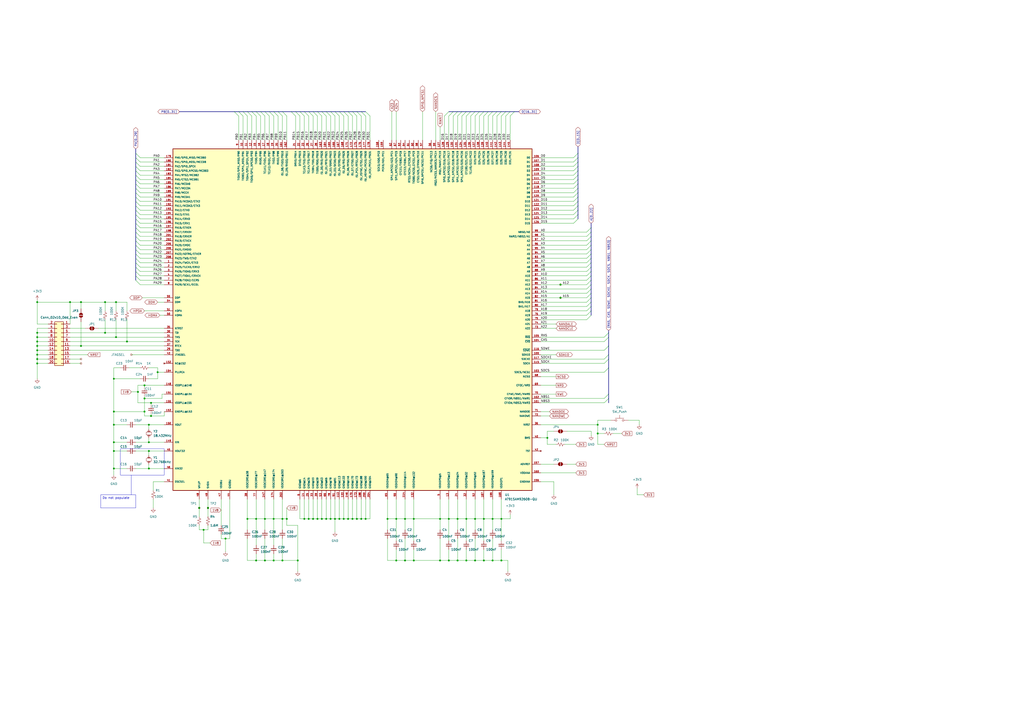
<source format=kicad_sch>
(kicad_sch (version 20230121) (generator eeschema)
  (paper "A2")
  (junction (at 40.64 175.26))
  (junction (at 21.59 208.28))
  (junction (at 46.99 175.26))
  (junction (at 181.61 300.99))
  (junction (at 176.53 300.99))
  (junction (at 184.15 300.99))
  (junction (at 212.09 300.99))
  (junction (at 115.57 294.64))
  (junction (at 229.87 300.99))
  (junction (at 118.11 307.34))
  (junction (at 194.31 300.99))
  (junction (at 255.27 300.99))
  (junction (at 86.36 256.54))
  (junction (at 148.59 300.99))
  (junction (at 191.77 300.99))
  (junction (at 66.04 271.78))
  (junction (at 66.04 238.76))
  (junction (at 224.79 300.99))
  (junction (at 46.99 200.66))
  (junction (at 166.37 300.99))
  (junction (at 240.03 325.12))
  (junction (at 21.59 198.12))
  (junction (at 21.59 195.58))
  (junction (at 21.59 205.74))
  (junction (at 21.59 200.66))
  (junction (at 91.44 215.9))
  (junction (at 83.82 238.76))
  (junction (at 280.67 300.99))
  (junction (at 201.93 300.99))
  (junction (at 234.95 325.12))
  (junction (at 265.43 325.12))
  (junction (at 66.04 219.71))
  (junction (at 196.85 300.99))
  (junction (at 86.36 246.38))
  (junction (at 67.31 195.58))
  (junction (at 275.59 300.99))
  (junction (at 285.75 300.99))
  (junction (at 21.59 193.04))
  (junction (at 204.47 300.99))
  (junction (at 290.83 300.99))
  (junction (at 66.04 246.38))
  (junction (at 66.04 256.54))
  (junction (at 260.35 325.12))
  (junction (at 153.67 325.12))
  (junction (at 189.23 300.99))
  (junction (at 158.75 325.12))
  (junction (at 21.59 175.26))
  (junction (at 21.59 203.2))
  (junction (at 346.71 251.46))
  (junction (at 130.81 312.42))
  (junction (at 199.39 300.99))
  (junction (at 73.66 198.12))
  (junction (at 87.63 233.68))
  (junction (at 87.63 241.3))
  (junction (at 265.43 300.99))
  (junction (at 163.83 300.99))
  (junction (at 67.31 175.26))
  (junction (at 120.65 294.64))
  (junction (at 60.96 175.26))
  (junction (at 270.51 325.12))
  (junction (at 285.75 325.12))
  (junction (at 143.51 300.99))
  (junction (at 346.71 246.38))
  (junction (at 209.55 300.99))
  (junction (at 234.95 300.99))
  (junction (at 186.69 300.99))
  (junction (at 153.67 300.99))
  (junction (at 158.75 300.99))
  (junction (at 240.03 300.99))
  (junction (at 325.12 172.72))
  (junction (at 229.87 325.12))
  (junction (at 21.59 210.82))
  (junction (at 325.12 165.1))
  (junction (at 86.36 261.62))
  (junction (at 270.51 300.99))
  (junction (at 148.59 325.12))
  (junction (at 280.67 325.12))
  (junction (at 86.36 271.78))
  (junction (at 179.07 300.99))
  (junction (at 207.01 300.99))
  (junction (at 290.83 325.12))
  (junction (at 66.04 261.62))
  (junction (at 80.01 227.33))
  (junction (at 83.82 223.52))
  (junction (at 260.35 300.99))
  (junction (at 163.83 325.12))
  (junction (at 255.27 325.12))
  (junction (at 275.59 325.12))
  (junction (at 60.96 193.04))
  (junction (at 172.72 325.12))
  (junction (at 83.82 231.14))
  (junction (at 317.5 254))
  (bus_entry (at 353.06 195.58) (size -2.54 2.54))
  (bus_entry (at 342.9 157.48) (size -2.54 2.54))
  (bus_entry (at 135.89 64.77) (size 2.54 2.54))
  (bus_entry (at 158.75 64.77) (size 2.54 2.54))
  (bus_entry (at 186.69 64.77) (size 2.54 2.54))
  (bus_entry (at 176.53 64.77) (size 2.54 2.54))
  (bus_entry (at 342.9 167.64) (size -2.54 2.54))
  (bus_entry (at 342.9 144.78) (size -2.54 2.54))
  (bus_entry (at 78.74 114.3) (size 2.54 2.54))
  (bus_entry (at 267.97 64.77) (size -2.54 2.54))
  (bus_entry (at 78.74 119.38) (size 2.54 2.54))
  (bus_entry (at 335.28 109.22) (size -2.54 2.54))
  (bus_entry (at 342.9 180.34) (size -2.54 2.54))
  (bus_entry (at 153.67 64.77) (size 2.54 2.54))
  (bus_entry (at 342.9 147.32) (size -2.54 2.54))
  (bus_entry (at 148.59 64.77) (size 2.54 2.54))
  (bus_entry (at 288.29 64.77) (size -2.54 2.54))
  (bus_entry (at 342.9 175.26) (size -2.54 2.54))
  (bus_entry (at 78.74 162.56) (size 2.54 2.54))
  (bus_entry (at 78.74 127) (size 2.54 2.54))
  (bus_entry (at 209.55 64.77) (size 2.54 2.54))
  (bus_entry (at 342.9 154.94) (size -2.54 2.54))
  (bus_entry (at 78.74 144.78) (size 2.54 2.54))
  (bus_entry (at 335.28 121.92) (size -2.54 2.54))
  (bus_entry (at 189.23 64.77) (size 2.54 2.54))
  (bus_entry (at 342.9 177.8) (size -2.54 2.54))
  (bus_entry (at 143.51 64.77) (size 2.54 2.54))
  (bus_entry (at 78.74 147.32) (size 2.54 2.54))
  (bus_entry (at 342.9 132.08) (size -2.54 2.54))
  (bus_entry (at 295.91 64.77) (size -2.54 2.54))
  (bus_entry (at 184.15 64.77) (size 2.54 2.54))
  (bus_entry (at 335.28 111.76) (size -2.54 2.54))
  (bus_entry (at 78.74 124.46) (size 2.54 2.54))
  (bus_entry (at 278.13 64.77) (size -2.54 2.54))
  (bus_entry (at 342.9 149.86) (size -2.54 2.54))
  (bus_entry (at 78.74 93.98) (size 2.54 2.54))
  (bus_entry (at 342.9 162.56) (size -2.54 2.54))
  (bus_entry (at 78.74 99.06) (size 2.54 2.54))
  (bus_entry (at 260.35 64.77) (size -2.54 2.54))
  (bus_entry (at 78.74 134.62) (size 2.54 2.54))
  (bus_entry (at 78.74 106.68) (size 2.54 2.54))
  (bus_entry (at 204.47 64.77) (size 2.54 2.54))
  (bus_entry (at 353.06 200.66) (size -2.54 2.54))
  (bus_entry (at 335.28 101.6) (size -2.54 2.54))
  (bus_entry (at 265.43 64.77) (size -2.54 2.54))
  (bus_entry (at 280.67 64.77) (size -2.54 2.54))
  (bus_entry (at 191.77 64.77) (size 2.54 2.54))
  (bus_entry (at 78.74 137.16) (size 2.54 2.54))
  (bus_entry (at 78.74 152.4) (size 2.54 2.54))
  (bus_entry (at 335.28 124.46) (size -2.54 2.54))
  (bus_entry (at 138.43 64.77) (size 2.54 2.54))
  (bus_entry (at 140.97 64.77) (size 2.54 2.54))
  (bus_entry (at 196.85 64.77) (size 2.54 2.54))
  (bus_entry (at 335.28 96.52) (size -2.54 2.54))
  (bus_entry (at 173.99 64.77) (size 2.54 2.54))
  (bus_entry (at 353.06 228.6) (size -2.54 2.54))
  (bus_entry (at 78.74 139.7) (size 2.54 2.54))
  (bus_entry (at 181.61 64.77) (size 2.54 2.54))
  (bus_entry (at 179.07 64.77) (size 2.54 2.54))
  (bus_entry (at 171.45 64.77) (size 2.54 2.54))
  (bus_entry (at 199.39 64.77) (size 2.54 2.54))
  (bus_entry (at 293.37 64.77) (size -2.54 2.54))
  (bus_entry (at 194.31 64.77) (size 2.54 2.54))
  (bus_entry (at 335.28 116.84) (size -2.54 2.54))
  (bus_entry (at 262.89 64.77) (size -2.54 2.54))
  (bus_entry (at 342.9 172.72) (size -2.54 2.54))
  (bus_entry (at 201.93 64.77) (size 2.54 2.54))
  (bus_entry (at 78.74 101.6) (size 2.54 2.54))
  (bus_entry (at 342.9 165.1) (size -2.54 2.54))
  (bus_entry (at 151.13 64.77) (size 2.54 2.54))
  (bus_entry (at 78.74 96.52) (size 2.54 2.54))
  (bus_entry (at 161.29 64.77) (size 2.54 2.54))
  (bus_entry (at 342.9 139.7) (size -2.54 2.54))
  (bus_entry (at 335.28 93.98) (size -2.54 2.54))
  (bus_entry (at 78.74 142.24) (size 2.54 2.54))
  (bus_entry (at 163.83 64.77) (size 2.54 2.54))
  (bus_entry (at 353.06 213.36) (size -2.54 2.54))
  (bus_entry (at 283.21 64.77) (size -2.54 2.54))
  (bus_entry (at 78.74 132.08) (size 2.54 2.54))
  (bus_entry (at 78.74 116.84) (size 2.54 2.54))
  (bus_entry (at 207.01 64.77) (size 2.54 2.54))
  (bus_entry (at 353.06 208.28) (size -2.54 2.54))
  (bus_entry (at 78.74 109.22) (size 2.54 2.54))
  (bus_entry (at 335.28 104.14) (size -2.54 2.54))
  (bus_entry (at 335.28 88.9) (size -2.54 2.54))
  (bus_entry (at 275.59 64.77) (size -2.54 2.54))
  (bus_entry (at 298.45 64.77) (size -2.54 2.54))
  (bus_entry (at 335.28 127) (size -2.54 2.54))
  (bus_entry (at 78.74 149.86) (size 2.54 2.54))
  (bus_entry (at 342.9 182.88) (size -2.54 2.54))
  (bus_entry (at 353.06 231.14) (size -2.54 2.54))
  (bus_entry (at 353.06 193.04) (size -2.54 2.54))
  (bus_entry (at 168.91 64.77) (size 2.54 2.54))
  (bus_entry (at 78.74 121.92) (size 2.54 2.54))
  (bus_entry (at 335.28 91.44) (size -2.54 2.54))
  (bus_entry (at 273.05 64.77) (size -2.54 2.54))
  (bus_entry (at 270.51 64.77) (size -2.54 2.54))
  (bus_entry (at 285.75 64.77) (size -2.54 2.54))
  (bus_entry (at 342.9 142.24) (size -2.54 2.54))
  (bus_entry (at 342.9 134.62) (size -2.54 2.54))
  (bus_entry (at 353.06 205.74) (size -2.54 2.54))
  (bus_entry (at 342.9 160.02) (size -2.54 2.54))
  (bus_entry (at 78.74 111.76) (size 2.54 2.54))
  (bus_entry (at 78.74 104.14) (size 2.54 2.54))
  (bus_entry (at 156.21 64.77) (size 2.54 2.54))
  (bus_entry (at 335.28 119.38) (size -2.54 2.54))
  (bus_entry (at 78.74 129.54) (size 2.54 2.54))
  (bus_entry (at 342.9 152.4) (size -2.54 2.54))
  (bus_entry (at 335.28 106.68) (size -2.54 2.54))
  (bus_entry (at 78.74 154.94) (size 2.54 2.54))
  (bus_entry (at 335.28 99.06) (size -2.54 2.54))
  (bus_entry (at 342.9 137.16) (size -2.54 2.54))
  (bus_entry (at 146.05 64.77) (size 2.54 2.54))
  (bus_entry (at 342.9 170.18) (size -2.54 2.54))
  (bus_entry (at 78.74 91.44) (size 2.54 2.54))
  (bus_entry (at 78.74 157.48) (size 2.54 2.54))
  (bus_entry (at 78.74 88.9) (size 2.54 2.54))
  (bus_entry (at 290.83 64.77) (size -2.54 2.54))
  (bus_entry (at 78.74 160.02) (size 2.54 2.54))
  (bus_entry (at 212.09 64.77) (size 2.54 2.54))
  (bus_entry (at 335.28 114.3) (size -2.54 2.54))
  (wire (pts (xy 214.63 67.31) (xy 214.63 81.28)))
  (wire (pts (xy 176.53 289.56) (xy 176.53 300.99)))
  (wire (pts (xy 40.64 190.5) (xy 49.53 190.5)))
  (wire (pts (xy 40.64 198.12) (xy 73.66 198.12)))
  (wire (pts (xy 313.69 187.96) (xy 322.58 187.96)))
  (wire (pts (xy 93.98 231.14) (xy 93.98 228.6)))
  (wire (pts (xy 201.93 289.56) (xy 201.93 300.99)))
  (wire (pts (xy 179.07 67.31) (xy 179.07 81.28)))
  (wire (pts (xy 81.28 134.62) (xy 95.25 134.62)))
  (wire (pts (xy 313.69 170.18) (xy 340.36 170.18)))
  (bus (pts (xy 78.74 96.52) (xy 78.74 99.06)))
  (bus (pts (xy 335.28 104.14) (xy 335.28 106.68)))
  (wire (pts (xy 91.44 215.9) (xy 95.25 215.9)))
  (bus (pts (xy 353.06 231.14) (xy 353.06 233.68)))
  (wire (pts (xy 209.55 67.31) (xy 209.55 81.28)))
  (wire (pts (xy 189.23 67.31) (xy 189.23 81.28)))
  (wire (pts (xy 81.28 144.78) (xy 95.25 144.78)))
  (bus (pts (xy 78.74 157.48) (xy 78.74 160.02)))
  (wire (pts (xy 295.91 67.31) (xy 295.91 81.28)))
  (bus (pts (xy 267.97 64.77) (xy 270.51 64.77)))
  (wire (pts (xy 81.28 127) (xy 95.25 127)))
  (bus (pts (xy 189.23 64.77) (xy 191.77 64.77)))
  (wire (pts (xy 148.59 321.31) (xy 148.59 325.12)))
  (wire (pts (xy 313.69 175.26) (xy 340.36 175.26)))
  (wire (pts (xy 153.67 67.31) (xy 153.67 81.28)))
  (wire (pts (xy 95.25 256.54) (xy 86.36 256.54)))
  (wire (pts (xy 40.64 193.04) (xy 60.96 193.04)))
  (bus (pts (xy 78.74 109.22) (xy 78.74 111.76)))
  (wire (pts (xy 229.87 300.99) (xy 229.87 313.69)))
  (wire (pts (xy 280.67 289.56) (xy 280.67 300.99)))
  (wire (pts (xy 313.69 93.98) (xy 332.74 93.98)))
  (wire (pts (xy 81.28 99.06) (xy 95.25 99.06)))
  (bus (pts (xy 199.39 64.77) (xy 201.93 64.77)))
  (bus (pts (xy 285.75 64.77) (xy 288.29 64.77)))
  (wire (pts (xy 40.64 175.26) (xy 46.99 175.26)))
  (bus (pts (xy 78.74 129.54) (xy 78.74 132.08)))
  (wire (pts (xy 81.28 132.08) (xy 95.25 132.08)))
  (wire (pts (xy 313.69 210.82) (xy 350.52 210.82)))
  (wire (pts (xy 86.36 269.24) (xy 86.36 271.78)))
  (wire (pts (xy 196.85 289.56) (xy 196.85 300.99)))
  (wire (pts (xy 346.71 251.46) (xy 346.71 246.38)))
  (bus (pts (xy 78.74 134.62) (xy 78.74 137.16)))
  (wire (pts (xy 255.27 312.42) (xy 255.27 325.12)))
  (wire (pts (xy 153.67 325.12) (xy 158.75 325.12)))
  (wire (pts (xy 66.04 213.36) (xy 66.04 219.71)))
  (wire (pts (xy 229.87 289.56) (xy 229.87 300.99)))
  (bus (pts (xy 78.74 160.02) (xy 78.74 162.56)))
  (wire (pts (xy 21.59 190.5) (xy 21.59 193.04)))
  (wire (pts (xy 81.28 114.3) (xy 95.25 114.3)))
  (wire (pts (xy 313.69 129.54) (xy 332.74 129.54)))
  (wire (pts (xy 313.69 147.32) (xy 340.36 147.32)))
  (polyline (pts (xy 76.2 275.59) (xy 76.2 287.02)))
  (wire (pts (xy 199.39 67.31) (xy 199.39 81.28)))
  (wire (pts (xy 204.47 300.99) (xy 207.01 300.99)))
  (bus (pts (xy 78.74 104.14) (xy 78.74 106.68)))
  (bus (pts (xy 78.74 147.32) (xy 78.74 149.86)))
  (wire (pts (xy 313.69 218.44) (xy 322.58 218.44)))
  (bus (pts (xy 353.06 191.77) (xy 353.06 193.04)))
  (wire (pts (xy 191.77 289.56) (xy 191.77 300.99)))
  (wire (pts (xy 83.82 241.3) (xy 87.63 241.3)))
  (wire (pts (xy 288.29 67.31) (xy 288.29 81.28)))
  (bus (pts (xy 342.9 147.32) (xy 342.9 149.86)))
  (wire (pts (xy 128.27 289.56) (xy 128.27 304.8)))
  (wire (pts (xy 156.21 67.31) (xy 156.21 81.28)))
  (bus (pts (xy 335.28 101.6) (xy 335.28 104.14)))
  (wire (pts (xy 240.03 325.12) (xy 255.27 325.12)))
  (wire (pts (xy 40.64 200.66) (xy 46.99 200.66)))
  (wire (pts (xy 267.97 67.31) (xy 267.97 81.28)))
  (wire (pts (xy 317.5 250.19) (xy 321.31 250.19)))
  (bus (pts (xy 78.74 99.06) (xy 78.74 101.6)))
  (bus (pts (xy 104.14 64.77) (xy 135.89 64.77)))
  (wire (pts (xy 265.43 325.12) (xy 270.51 325.12)))
  (wire (pts (xy 88.9 289.56) (xy 88.9 294.64)))
  (bus (pts (xy 78.74 106.68) (xy 78.74 109.22)))
  (wire (pts (xy 115.57 304.8) (xy 115.57 307.34)))
  (wire (pts (xy 21.59 173.99) (xy 21.59 175.26)))
  (wire (pts (xy 313.69 228.6) (xy 322.58 228.6)))
  (wire (pts (xy 153.67 300.99) (xy 158.75 300.99)))
  (wire (pts (xy 313.69 198.12) (xy 350.52 198.12)))
  (wire (pts (xy 81.28 149.86) (xy 95.25 149.86)))
  (bus (pts (xy 273.05 64.77) (xy 275.59 64.77)))
  (wire (pts (xy 328.93 269.24) (xy 334.01 269.24)))
  (wire (pts (xy 313.69 106.68) (xy 332.74 106.68)))
  (wire (pts (xy 313.69 116.84) (xy 332.74 116.84)))
  (wire (pts (xy 120.65 289.56) (xy 120.65 294.64)))
  (wire (pts (xy 158.75 321.31) (xy 158.75 325.12)))
  (wire (pts (xy 191.77 67.31) (xy 191.77 81.28)))
  (wire (pts (xy 255.27 325.12) (xy 260.35 325.12)))
  (wire (pts (xy 313.69 114.3) (xy 332.74 114.3)))
  (wire (pts (xy 73.66 175.26) (xy 73.66 180.34)))
  (wire (pts (xy 83.82 238.76) (xy 83.82 241.3)))
  (bus (pts (xy 163.83 64.77) (xy 168.91 64.77)))
  (wire (pts (xy 66.04 246.38) (xy 66.04 256.54)))
  (wire (pts (xy 27.94 190.5) (xy 21.59 190.5)))
  (bus (pts (xy 181.61 64.77) (xy 184.15 64.77)))
  (bus (pts (xy 342.9 170.18) (xy 342.9 172.72)))
  (wire (pts (xy 265.43 300.99) (xy 265.43 307.34)))
  (wire (pts (xy 293.37 67.31) (xy 293.37 81.28)))
  (wire (pts (xy 245.11 64.77) (xy 245.11 81.28)))
  (wire (pts (xy 313.69 167.64) (xy 340.36 167.64)))
  (bus (pts (xy 342.9 139.7) (xy 342.9 142.24)))
  (wire (pts (xy 158.75 300.99) (xy 163.83 300.99)))
  (bus (pts (xy 209.55 64.77) (xy 212.09 64.77)))
  (bus (pts (xy 342.9 129.54) (xy 342.9 132.08)))
  (wire (pts (xy 81.28 109.22) (xy 95.25 109.22)))
  (wire (pts (xy 115.57 289.56) (xy 115.57 294.64)))
  (bus (pts (xy 207.01 64.77) (xy 209.55 64.77)))
  (wire (pts (xy 146.05 67.31) (xy 146.05 81.28)))
  (wire (pts (xy 265.43 312.42) (xy 265.43 325.12)))
  (bus (pts (xy 204.47 64.77) (xy 207.01 64.77)))
  (wire (pts (xy 66.04 238.76) (xy 83.82 238.76)))
  (wire (pts (xy 66.04 219.71) (xy 81.28 219.71)))
  (wire (pts (xy 73.66 185.42) (xy 73.66 198.12)))
  (wire (pts (xy 21.59 200.66) (xy 21.59 203.2)))
  (bus (pts (xy 335.28 114.3) (xy 335.28 116.84)))
  (wire (pts (xy 346.71 251.46) (xy 346.71 257.81)))
  (wire (pts (xy 81.28 93.98) (xy 95.25 93.98)))
  (wire (pts (xy 81.28 165.1) (xy 95.25 165.1)))
  (bus (pts (xy 158.75 64.77) (xy 161.29 64.77)))
  (wire (pts (xy 346.71 246.38) (xy 346.71 243.84)))
  (wire (pts (xy 313.69 254) (xy 317.5 254)))
  (wire (pts (xy 78.74 246.38) (xy 86.36 246.38)))
  (wire (pts (xy 313.69 137.16) (xy 340.36 137.16)))
  (wire (pts (xy 260.35 325.12) (xy 265.43 325.12)))
  (wire (pts (xy 78.74 261.62) (xy 86.36 261.62)))
  (wire (pts (xy 199.39 300.99) (xy 201.93 300.99)))
  (bus (pts (xy 335.28 111.76) (xy 335.28 114.3)))
  (wire (pts (xy 148.59 289.56) (xy 148.59 300.99)))
  (wire (pts (xy 86.36 261.62) (xy 95.25 261.62)))
  (wire (pts (xy 224.79 300.99) (xy 229.87 300.99)))
  (wire (pts (xy 189.23 289.56) (xy 189.23 300.99)))
  (wire (pts (xy 173.99 67.31) (xy 173.99 81.28)))
  (wire (pts (xy 212.09 300.99) (xy 214.63 300.99)))
  (wire (pts (xy 355.6 251.46) (xy 360.68 251.46)))
  (wire (pts (xy 27.94 187.96) (xy 21.59 187.96)))
  (bus (pts (xy 186.69 64.77) (xy 189.23 64.77)))
  (bus (pts (xy 148.59 64.77) (xy 151.13 64.77)))
  (wire (pts (xy 40.64 175.26) (xy 40.64 187.96)))
  (bus (pts (xy 143.51 64.77) (xy 146.05 64.77)))
  (wire (pts (xy 224.79 312.42) (xy 224.79 325.12)))
  (wire (pts (xy 370.84 246.38) (xy 370.84 243.84)))
  (wire (pts (xy 57.15 190.5) (xy 95.25 190.5)))
  (wire (pts (xy 313.69 119.38) (xy 332.74 119.38)))
  (wire (pts (xy 290.83 67.31) (xy 290.83 81.28)))
  (wire (pts (xy 224.79 300.99) (xy 224.79 307.34)))
  (wire (pts (xy 67.31 175.26) (xy 67.31 180.34)))
  (wire (pts (xy 148.59 300.99) (xy 148.59 316.23)))
  (wire (pts (xy 173.99 289.56) (xy 173.99 300.99)))
  (wire (pts (xy 21.59 198.12) (xy 27.94 198.12)))
  (bus (pts (xy 335.28 124.46) (xy 335.28 127)))
  (wire (pts (xy 191.77 300.99) (xy 194.31 300.99)))
  (bus (pts (xy 270.51 64.77) (xy 273.05 64.77)))
  (bus (pts (xy 342.9 165.1) (xy 342.9 167.64)))
  (wire (pts (xy 95.25 271.78) (xy 86.36 271.78)))
  (wire (pts (xy 163.83 300.99) (xy 163.83 307.34)))
  (wire (pts (xy 81.28 137.16) (xy 95.25 137.16)))
  (bus (pts (xy 335.28 99.06) (xy 335.28 101.6)))
  (wire (pts (xy 260.35 289.56) (xy 260.35 300.99)))
  (wire (pts (xy 346.71 243.84) (xy 354.33 243.84)))
  (wire (pts (xy 148.59 300.99) (xy 153.67 300.99)))
  (wire (pts (xy 313.69 279.4) (xy 321.31 279.4)))
  (wire (pts (xy 313.69 208.28) (xy 350.52 208.28)))
  (wire (pts (xy 163.83 312.42) (xy 163.83 325.12)))
  (bus (pts (xy 283.21 64.77) (xy 285.75 64.77)))
  (wire (pts (xy 209.55 289.56) (xy 209.55 300.99)))
  (wire (pts (xy 290.83 300.99) (xy 295.91 300.99)))
  (wire (pts (xy 118.11 307.34) (xy 120.65 307.34)))
  (wire (pts (xy 313.69 121.92) (xy 332.74 121.92)))
  (wire (pts (xy 80.01 233.68) (xy 87.63 233.68)))
  (wire (pts (xy 46.99 186.69) (xy 46.99 200.66)))
  (wire (pts (xy 66.04 238.76) (xy 66.04 246.38)))
  (bus (pts (xy 179.07 64.77) (xy 181.61 64.77)))
  (wire (pts (xy 265.43 67.31) (xy 265.43 81.28)))
  (wire (pts (xy 317.5 254) (xy 317.5 250.19)))
  (bus (pts (xy 342.9 157.48) (xy 342.9 160.02)))
  (wire (pts (xy 186.69 289.56) (xy 186.69 300.99)))
  (wire (pts (xy 81.28 157.48) (xy 95.25 157.48)))
  (bus (pts (xy 280.67 64.77) (xy 283.21 64.77)))
  (wire (pts (xy 81.28 111.76) (xy 95.25 111.76)))
  (wire (pts (xy 313.69 144.78) (xy 340.36 144.78)))
  (wire (pts (xy 317.5 257.81) (xy 317.5 254)))
  (wire (pts (xy 21.59 175.26) (xy 21.59 187.96)))
  (wire (pts (xy 153.67 312.42) (xy 153.67 325.12)))
  (wire (pts (xy 313.69 124.46) (xy 332.74 124.46)))
  (wire (pts (xy 313.69 165.1) (xy 325.12 165.1)))
  (bus (pts (xy 298.45 64.77) (xy 300.99 64.77)))
  (wire (pts (xy 184.15 300.99) (xy 186.69 300.99)))
  (wire (pts (xy 201.93 300.99) (xy 204.47 300.99)))
  (wire (pts (xy 83.82 180.34) (xy 95.25 180.34)))
  (wire (pts (xy 327.66 257.81) (xy 334.01 257.81)))
  (wire (pts (xy 313.69 223.52) (xy 322.58 223.52)))
  (bus (pts (xy 176.53 64.77) (xy 179.07 64.77)))
  (bus (pts (xy 140.97 64.77) (xy 143.51 64.77)))
  (wire (pts (xy 280.67 325.12) (xy 285.75 325.12)))
  (wire (pts (xy 148.59 67.31) (xy 148.59 81.28)))
  (wire (pts (xy 204.47 67.31) (xy 204.47 81.28)))
  (wire (pts (xy 285.75 67.31) (xy 285.75 81.28)))
  (wire (pts (xy 224.79 289.56) (xy 224.79 300.99)))
  (bus (pts (xy 153.67 64.77) (xy 156.21 64.77)))
  (wire (pts (xy 166.37 294.64) (xy 166.37 300.99)))
  (bus (pts (xy 168.91 64.77) (xy 171.45 64.77)))
  (wire (pts (xy 120.65 294.64) (xy 120.65 299.72)))
  (wire (pts (xy 40.64 210.82) (xy 46.99 210.82)))
  (wire (pts (xy 21.59 203.2) (xy 27.94 203.2)))
  (wire (pts (xy 21.59 203.2) (xy 21.59 205.74)))
  (wire (pts (xy 91.44 215.9) (xy 91.44 213.36)))
  (wire (pts (xy 181.61 289.56) (xy 181.61 300.99)))
  (wire (pts (xy 184.15 289.56) (xy 184.15 300.99)))
  (wire (pts (xy 295.91 298.45) (xy 295.91 300.99)))
  (bus (pts (xy 265.43 64.77) (xy 267.97 64.77)))
  (wire (pts (xy 186.69 300.99) (xy 189.23 300.99)))
  (wire (pts (xy 252.73 64.77) (xy 252.73 81.28)))
  (bus (pts (xy 146.05 64.77) (xy 148.59 64.77)))
  (wire (pts (xy 313.69 215.9) (xy 350.52 215.9)))
  (bus (pts (xy 342.9 154.94) (xy 342.9 157.48)))
  (wire (pts (xy 115.57 294.64) (xy 115.57 299.72)))
  (wire (pts (xy 179.07 289.56) (xy 179.07 300.99)))
  (wire (pts (xy 78.74 256.54) (xy 86.36 256.54)))
  (wire (pts (xy 21.59 195.58) (xy 27.94 195.58)))
  (wire (pts (xy 60.96 175.26) (xy 60.96 180.34)))
  (bus (pts (xy 288.29 64.77) (xy 290.83 64.77)))
  (wire (pts (xy 270.51 325.12) (xy 275.59 325.12)))
  (wire (pts (xy 313.69 99.06) (xy 332.74 99.06)))
  (wire (pts (xy 325.12 165.1) (xy 340.36 165.1)))
  (wire (pts (xy 262.89 67.31) (xy 262.89 81.28)))
  (bus (pts (xy 335.28 88.9) (xy 335.28 91.44)))
  (wire (pts (xy 66.04 271.78) (xy 66.04 275.59)))
  (bus (pts (xy 335.28 93.98) (xy 335.28 96.52)))
  (wire (pts (xy 227.33 64.77) (xy 227.33 81.28)))
  (wire (pts (xy 212.09 67.31) (xy 212.09 81.28)))
  (wire (pts (xy 21.59 195.58) (xy 21.59 198.12)))
  (wire (pts (xy 172.72 304.8) (xy 172.72 325.12)))
  (wire (pts (xy 81.28 119.38) (xy 95.25 119.38)))
  (wire (pts (xy 280.67 318.77) (xy 280.67 325.12)))
  (wire (pts (xy 257.81 67.31) (xy 257.81 81.28)))
  (wire (pts (xy 81.28 142.24) (xy 95.25 142.24)))
  (wire (pts (xy 40.64 203.2) (xy 95.25 203.2)))
  (bus (pts (xy 78.74 114.3) (xy 78.74 116.84)))
  (wire (pts (xy 255.27 73.66) (xy 255.27 81.28)))
  (wire (pts (xy 21.59 210.82) (xy 21.59 219.71)))
  (wire (pts (xy 369.57 283.21) (xy 369.57 287.02)))
  (wire (pts (xy 81.28 96.52) (xy 95.25 96.52)))
  (wire (pts (xy 229.87 300.99) (xy 234.95 300.99)))
  (wire (pts (xy 313.69 160.02) (xy 340.36 160.02)))
  (wire (pts (xy 234.95 300.99) (xy 240.03 300.99)))
  (wire (pts (xy 81.28 152.4) (xy 95.25 152.4)))
  (wire (pts (xy 86.36 219.71) (xy 91.44 219.71)))
  (wire (pts (xy 229.87 64.77) (xy 229.87 81.28)))
  (wire (pts (xy 88.9 279.4) (xy 88.9 284.48)))
  (wire (pts (xy 81.28 124.46) (xy 95.25 124.46)))
  (wire (pts (xy 224.79 325.12) (xy 229.87 325.12)))
  (wire (pts (xy 81.28 129.54) (xy 95.25 129.54)))
  (bus (pts (xy 335.28 121.92) (xy 335.28 124.46)))
  (wire (pts (xy 21.59 208.28) (xy 27.94 208.28)))
  (bus (pts (xy 78.74 139.7) (xy 78.74 142.24)))
  (bus (pts (xy 138.43 64.77) (xy 140.97 64.77)))
  (wire (pts (xy 196.85 67.31) (xy 196.85 81.28)))
  (wire (pts (xy 313.69 157.48) (xy 340.36 157.48)))
  (wire (pts (xy 153.67 289.56) (xy 153.67 300.99)))
  (wire (pts (xy 143.51 300.99) (xy 143.51 307.34)))
  (wire (pts (xy 313.69 149.86) (xy 340.36 149.86)))
  (wire (pts (xy 87.63 241.3) (xy 95.25 241.3)))
  (wire (pts (xy 313.69 172.72) (xy 325.12 172.72)))
  (wire (pts (xy 313.69 104.14) (xy 332.74 104.14)))
  (wire (pts (xy 350.52 257.81) (xy 346.71 257.81)))
  (wire (pts (xy 140.97 67.31) (xy 140.97 81.28)))
  (wire (pts (xy 313.69 139.7) (xy 340.36 139.7)))
  (wire (pts (xy 21.59 205.74) (xy 21.59 208.28)))
  (wire (pts (xy 275.59 312.42) (xy 275.59 325.12)))
  (wire (pts (xy 66.04 256.54) (xy 73.66 256.54)))
  (bus (pts (xy 342.9 144.78) (xy 342.9 147.32)))
  (wire (pts (xy 350.52 251.46) (xy 346.71 251.46)))
  (wire (pts (xy 81.28 139.7) (xy 95.25 139.7)))
  (wire (pts (xy 273.05 67.31) (xy 273.05 81.28)))
  (bus (pts (xy 78.74 154.94) (xy 78.74 157.48)))
  (wire (pts (xy 265.43 289.56) (xy 265.43 300.99)))
  (bus (pts (xy 78.74 116.84) (xy 78.74 119.38)))
  (wire (pts (xy 95.25 279.4) (xy 88.9 279.4)))
  (bus (pts (xy 78.74 127) (xy 78.74 129.54)))
  (bus (pts (xy 342.9 167.64) (xy 342.9 170.18)))
  (bus (pts (xy 78.74 142.24) (xy 78.74 144.78)))
  (bus (pts (xy 353.06 205.74) (xy 353.06 208.28)))
  (wire (pts (xy 255.27 300.99) (xy 255.27 307.34)))
  (wire (pts (xy 199.39 289.56) (xy 199.39 300.99)))
  (wire (pts (xy 270.51 300.99) (xy 275.59 300.99)))
  (wire (pts (xy 80.01 227.33) (xy 80.01 223.52)))
  (bus (pts (xy 78.74 91.44) (xy 78.74 93.98)))
  (wire (pts (xy 73.66 198.12) (xy 95.25 198.12)))
  (bus (pts (xy 342.9 177.8) (xy 342.9 180.34)))
  (wire (pts (xy 325.12 172.72) (xy 340.36 172.72)))
  (wire (pts (xy 270.51 289.56) (xy 270.51 300.99)))
  (wire (pts (xy 196.85 300.99) (xy 199.39 300.99)))
  (wire (pts (xy 313.69 195.58) (xy 350.52 195.58)))
  (bus (pts (xy 293.37 64.77) (xy 295.91 64.77)))
  (wire (pts (xy 265.43 300.99) (xy 270.51 300.99)))
  (bus (pts (xy 342.9 137.16) (xy 342.9 139.7)))
  (wire (pts (xy 81.28 101.6) (xy 95.25 101.6)))
  (wire (pts (xy 322.58 257.81) (xy 317.5 257.81)))
  (wire (pts (xy 21.59 205.74) (xy 27.94 205.74)))
  (bus (pts (xy 78.74 121.92) (xy 78.74 124.46)))
  (wire (pts (xy 21.59 175.26) (xy 40.64 175.26)))
  (wire (pts (xy 270.51 300.99) (xy 270.51 313.69)))
  (bus (pts (xy 353.06 200.66) (xy 353.06 205.74)))
  (wire (pts (xy 76.2 205.74) (xy 95.25 205.74)))
  (bus (pts (xy 342.9 149.86) (xy 342.9 152.4)))
  (wire (pts (xy 207.01 300.99) (xy 209.55 300.99)))
  (wire (pts (xy 86.36 246.38) (xy 95.25 246.38)))
  (bus (pts (xy 278.13 64.77) (xy 280.67 64.77)))
  (bus (pts (xy 335.28 85.09) (xy 335.28 88.9)))
  (wire (pts (xy 176.53 67.31) (xy 176.53 81.28)))
  (wire (pts (xy 40.64 205.74) (xy 50.8 205.74)))
  (wire (pts (xy 67.31 185.42) (xy 67.31 195.58)))
  (wire (pts (xy 91.44 219.71) (xy 91.44 215.9)))
  (wire (pts (xy 313.69 190.5) (xy 322.58 190.5)))
  (wire (pts (xy 285.75 325.12) (xy 290.83 325.12)))
  (wire (pts (xy 67.31 195.58) (xy 95.25 195.58)))
  (bus (pts (xy 342.9 180.34) (xy 342.9 182.88)))
  (wire (pts (xy 46.99 200.66) (xy 95.25 200.66)))
  (wire (pts (xy 176.53 300.99) (xy 179.07 300.99)))
  (wire (pts (xy 143.51 289.56) (xy 143.51 300.99)))
  (wire (pts (xy 21.59 208.28) (xy 21.59 210.82)))
  (wire (pts (xy 342.9 252.73) (xy 342.9 250.19)))
  (wire (pts (xy 369.57 287.02) (xy 373.38 287.02)))
  (bus (pts (xy 335.28 119.38) (xy 335.28 121.92)))
  (wire (pts (xy 148.59 325.12) (xy 153.67 325.12)))
  (wire (pts (xy 83.82 223.52) (xy 83.82 224.79)))
  (wire (pts (xy 166.37 300.99) (xy 166.37 304.8)))
  (bus (pts (xy 161.29 64.77) (xy 163.83 64.77)))
  (bus (pts (xy 78.74 137.16) (xy 78.74 139.7)))
  (wire (pts (xy 21.59 200.66) (xy 27.94 200.66)))
  (wire (pts (xy 95.25 241.3) (xy 95.25 238.76)))
  (wire (pts (xy 240.03 289.56) (xy 240.03 300.99)))
  (bus (pts (xy 184.15 64.77) (xy 186.69 64.77)))
  (wire (pts (xy 283.21 67.31) (xy 283.21 81.28)))
  (wire (pts (xy 294.64 331.47) (xy 294.64 325.12)))
  (bus (pts (xy 151.13 64.77) (xy 153.67 64.77)))
  (wire (pts (xy 313.69 177.8) (xy 340.36 177.8)))
  (wire (pts (xy 143.51 300.99) (xy 148.59 300.99)))
  (wire (pts (xy 66.04 256.54) (xy 66.04 261.62)))
  (bus (pts (xy 342.9 152.4) (xy 342.9 154.94)))
  (wire (pts (xy 275.59 300.99) (xy 280.67 300.99)))
  (bus (pts (xy 335.28 109.22) (xy 335.28 111.76)))
  (wire (pts (xy 118.11 307.34) (xy 118.11 314.96)))
  (wire (pts (xy 240.03 318.77) (xy 240.03 325.12)))
  (wire (pts (xy 313.69 180.34) (xy 340.36 180.34)))
  (bus (pts (xy 78.74 124.46) (xy 78.74 127)))
  (wire (pts (xy 201.93 67.31) (xy 201.93 81.28)))
  (wire (pts (xy 313.69 91.44) (xy 332.74 91.44)))
  (bus (pts (xy 275.59 64.77) (xy 278.13 64.77)))
  (wire (pts (xy 66.04 261.62) (xy 73.66 261.62)))
  (wire (pts (xy 158.75 325.12) (xy 163.83 325.12)))
  (wire (pts (xy 163.83 325.12) (xy 172.72 325.12)))
  (wire (pts (xy 66.04 213.36) (xy 69.85 213.36)))
  (wire (pts (xy 255.27 289.56) (xy 255.27 300.99)))
  (wire (pts (xy 81.28 162.56) (xy 95.25 162.56)))
  (wire (pts (xy 46.99 175.26) (xy 46.99 179.07)))
  (wire (pts (xy 234.95 289.56) (xy 234.95 300.99)))
  (wire (pts (xy 313.69 152.4) (xy 340.36 152.4)))
  (wire (pts (xy 158.75 300.99) (xy 158.75 316.23)))
  (wire (pts (xy 158.75 289.56) (xy 158.75 300.99)))
  (bus (pts (xy 335.28 106.68) (xy 335.28 109.22)))
  (wire (pts (xy 313.69 269.24) (xy 321.31 269.24)))
  (wire (pts (xy 171.45 67.31) (xy 171.45 81.28)))
  (wire (pts (xy 260.35 318.77) (xy 260.35 325.12)))
  (wire (pts (xy 194.31 67.31) (xy 194.31 81.28)))
  (wire (pts (xy 240.03 300.99) (xy 240.03 313.69)))
  (wire (pts (xy 81.28 154.94) (xy 95.25 154.94)))
  (wire (pts (xy 313.69 233.68) (xy 350.52 233.68)))
  (wire (pts (xy 204.47 289.56) (xy 204.47 300.99)))
  (wire (pts (xy 186.69 67.31) (xy 186.69 81.28)))
  (bus (pts (xy 78.74 119.38) (xy 78.74 121.92)))
  (wire (pts (xy 234.95 312.42) (xy 234.95 325.12)))
  (wire (pts (xy 234.95 300.99) (xy 234.95 307.34)))
  (wire (pts (xy 143.51 67.31) (xy 143.51 81.28)))
  (bus (pts (xy 335.28 96.52) (xy 335.28 99.06)))
  (bus (pts (xy 78.74 152.4) (xy 78.74 154.94)))
  (wire (pts (xy 60.96 175.26) (xy 67.31 175.26)))
  (wire (pts (xy 173.99 300.99) (xy 176.53 300.99)))
  (wire (pts (xy 313.69 274.32) (xy 334.01 274.32)))
  (wire (pts (xy 179.07 300.99) (xy 181.61 300.99)))
  (wire (pts (xy 86.36 264.16) (xy 86.36 261.62)))
  (bus (pts (xy 290.83 64.77) (xy 293.37 64.77)))
  (wire (pts (xy 83.82 231.14) (xy 93.98 231.14)))
  (bus (pts (xy 342.9 160.02) (xy 342.9 162.56)))
  (bus (pts (xy 342.9 142.24) (xy 342.9 144.78)))
  (wire (pts (xy 280.67 300.99) (xy 285.75 300.99)))
  (wire (pts (xy 86.36 254) (xy 86.36 256.54)))
  (wire (pts (xy 95.25 233.68) (xy 87.63 233.68)))
  (wire (pts (xy 82.55 172.72) (xy 95.25 172.72)))
  (wire (pts (xy 66.04 219.71) (xy 66.04 238.76)))
  (wire (pts (xy 313.69 109.22) (xy 332.74 109.22)))
  (bus (pts (xy 78.74 144.78) (xy 78.74 147.32)))
  (wire (pts (xy 121.92 314.96) (xy 118.11 314.96)))
  (wire (pts (xy 280.67 67.31) (xy 280.67 81.28)))
  (wire (pts (xy 275.59 325.12) (xy 280.67 325.12)))
  (wire (pts (xy 130.81 312.42) (xy 133.35 312.42)))
  (bus (pts (xy 295.91 64.77) (xy 298.45 64.77)))
  (wire (pts (xy 313.69 182.88) (xy 340.36 182.88)))
  (wire (pts (xy 78.74 271.78) (xy 86.36 271.78)))
  (wire (pts (xy 80.01 223.52) (xy 83.82 223.52)))
  (wire (pts (xy 86.36 248.92) (xy 86.36 246.38)))
  (wire (pts (xy 76.2 227.33) (xy 80.01 227.33)))
  (wire (pts (xy 181.61 67.31) (xy 181.61 81.28)))
  (wire (pts (xy 115.57 307.34) (xy 118.11 307.34)))
  (wire (pts (xy 46.99 175.26) (xy 60.96 175.26)))
  (wire (pts (xy 163.83 289.56) (xy 163.83 300.99)))
  (wire (pts (xy 285.75 300.99) (xy 285.75 307.34)))
  (wire (pts (xy 87.63 240.03) (xy 87.63 241.3)))
  (wire (pts (xy 313.69 185.42) (xy 340.36 185.42)))
  (wire (pts (xy 370.84 243.84) (xy 364.49 243.84)))
  (wire (pts (xy 81.28 121.92) (xy 95.25 121.92)))
  (bus (pts (xy 194.31 64.77) (xy 196.85 64.77)))
  (wire (pts (xy 184.15 67.31) (xy 184.15 81.28)))
  (wire (pts (xy 40.64 208.28) (xy 46.99 208.28)))
  (wire (pts (xy 83.82 223.52) (xy 95.25 223.52)))
  (wire (pts (xy 290.83 318.77) (xy 290.83 325.12)))
  (bus (pts (xy 260.35 64.77) (xy 262.89 64.77)))
  (wire (pts (xy 81.28 91.44) (xy 95.25 91.44)))
  (wire (pts (xy 328.93 250.19) (xy 342.9 250.19)))
  (bus (pts (xy 135.89 64.77) (xy 138.43 64.77)))
  (wire (pts (xy 229.87 325.12) (xy 234.95 325.12)))
  (wire (pts (xy 290.83 325.12) (xy 294.64 325.12)))
  (wire (pts (xy 40.64 195.58) (xy 67.31 195.58)))
  (wire (pts (xy 130.81 312.42) (xy 130.81 320.04)))
  (bus (pts (xy 173.99 64.77) (xy 176.53 64.77)))
  (bus (pts (xy 191.77 64.77) (xy 194.31 64.77)))
  (wire (pts (xy 21.59 193.04) (xy 21.59 195.58)))
  (wire (pts (xy 209.55 300.99) (xy 212.09 300.99)))
  (wire (pts (xy 80.01 233.68) (xy 80.01 227.33)))
  (bus (pts (xy 78.74 93.98) (xy 78.74 96.52)))
  (wire (pts (xy 285.75 312.42) (xy 285.75 325.12)))
  (wire (pts (xy 313.69 241.3) (xy 318.77 241.3)))
  (wire (pts (xy 207.01 67.31) (xy 207.01 81.28)))
  (wire (pts (xy 128.27 309.88) (xy 128.27 312.42)))
  (wire (pts (xy 285.75 300.99) (xy 290.83 300.99)))
  (wire (pts (xy 313.69 142.24) (xy 340.36 142.24)))
  (wire (pts (xy 158.75 67.31) (xy 158.75 81.28)))
  (wire (pts (xy 313.69 127) (xy 332.74 127)))
  (bus (pts (xy 353.06 195.58) (xy 353.06 200.66)))
  (wire (pts (xy 194.31 300.99) (xy 194.31 308.61)))
  (wire (pts (xy 313.69 111.76) (xy 332.74 111.76)))
  (wire (pts (xy 260.35 300.99) (xy 265.43 300.99)))
  (wire (pts (xy 212.09 289.56) (xy 212.09 300.99)))
  (wire (pts (xy 313.69 96.52) (xy 332.74 96.52)))
  (bus (pts (xy 262.89 64.77) (xy 265.43 64.77)))
  (wire (pts (xy 234.95 325.12) (xy 240.03 325.12)))
  (wire (pts (xy 83.82 231.14) (xy 83.82 238.76)))
  (wire (pts (xy 280.67 300.99) (xy 280.67 313.69)))
  (bus (pts (xy 353.06 193.04) (xy 353.06 195.58)))
  (wire (pts (xy 260.35 67.31) (xy 260.35 81.28)))
  (wire (pts (xy 81.28 106.68) (xy 95.25 106.68)))
  (wire (pts (xy 214.63 289.56) (xy 214.63 300.99)))
  (bus (pts (xy 342.9 134.62) (xy 342.9 137.16)))
  (wire (pts (xy 93.98 228.6) (xy 95.25 228.6)))
  (wire (pts (xy 81.28 104.14) (xy 95.25 104.14)))
  (wire (pts (xy 67.31 175.26) (xy 73.66 175.26)))
  (wire (pts (xy 128.27 312.42) (xy 130.81 312.42)))
  (wire (pts (xy 255.27 300.99) (xy 260.35 300.99)))
  (wire (pts (xy 66.04 271.78) (xy 73.66 271.78)))
  (bus (pts (xy 78.74 132.08) (xy 78.74 134.62)))
  (wire (pts (xy 143.51 325.12) (xy 148.59 325.12)))
  (wire (pts (xy 161.29 67.31) (xy 161.29 81.28)))
  (bus (pts (xy 353.06 228.6) (xy 353.06 231.14)))
  (wire (pts (xy 207.01 289.56) (xy 207.01 300.99)))
  (wire (pts (xy 153.67 300.99) (xy 153.67 307.34)))
  (bus (pts (xy 196.85 64.77) (xy 199.39 64.77)))
  (wire (pts (xy 313.69 203.2) (xy 350.52 203.2)))
  (wire (pts (xy 66.04 261.62) (xy 66.04 271.78)))
  (wire (pts (xy 285.75 289.56) (xy 285.75 300.99)))
  (wire (pts (xy 87.63 233.68) (xy 87.63 234.95)))
  (wire (pts (xy 275.59 300.99) (xy 275.59 307.34)))
  (wire (pts (xy 172.72 331.47) (xy 172.72 325.12)))
  (wire (pts (xy 313.69 101.6) (xy 332.74 101.6)))
  (wire (pts (xy 313.69 231.14) (xy 350.52 231.14)))
  (wire (pts (xy 163.83 67.31) (xy 163.83 81.28)))
  (wire (pts (xy 21.59 193.04) (xy 27.94 193.04)))
  (wire (pts (xy 133.35 289.56) (xy 133.35 312.42)))
  (wire (pts (xy 278.13 67.31) (xy 278.13 81.28)))
  (wire (pts (xy 194.31 289.56) (xy 194.31 300.99)))
  (bus (pts (xy 78.74 86.36) (xy 78.74 88.9)))
  (wire (pts (xy 181.61 300.99) (xy 184.15 300.99)))
  (wire (pts (xy 151.13 67.31) (xy 151.13 81.28)))
  (wire (pts (xy 313.69 246.38) (xy 346.71 246.38)))
  (wire (pts (xy 60.96 193.04) (xy 95.25 193.04)))
  (wire (pts (xy 86.36 213.36) (xy 91.44 213.36)))
  (wire (pts (xy 290.83 289.56) (xy 290.83 300.99)))
  (wire (pts (xy 275.59 67.31) (xy 275.59 81.28)))
  (wire (pts (xy 313.69 154.94) (xy 340.36 154.94)))
  (wire (pts (xy 143.51 312.42) (xy 143.51 325.12)))
  (wire (pts (xy 83.82 231.14) (xy 83.82 229.87)))
  (wire (pts (xy 321.31 287.02) (xy 321.31 279.4)))
  (wire (pts (xy 229.87 318.77) (xy 229.87 325.12)))
  (wire (pts (xy 313.69 205.74) (xy 322.58 205.74)))
  (wire (pts (xy 81.28 160.02) (xy 95.25 160.02)))
  (bus (pts (xy 342.9 132.08) (xy 342.9 134.62)))
  (bus (pts (xy 335.28 91.44) (xy 335.28 93.98)))
  (wire (pts (xy 313.69 162.56) (xy 340.36 162.56)))
  (bus (pts (xy 78.74 149.86) (xy 78.74 152.4)))
  (wire (pts (xy 21.59 210.82) (xy 27.94 210.82)))
  (wire (pts (xy 270.51 318.77) (xy 270.51 325.12)))
  (wire (pts (xy 290.83 300.99) (xy 290.83 313.69)))
  (bus (pts (xy 156.21 64.77) (xy 158.75 64.77)))
  (wire (pts (xy 66.04 246.38) (xy 73.66 246.38)))
  (bus (pts (xy 78.74 88.9) (xy 78.74 91.44)))
  (wire (pts (xy 81.28 116.84) (xy 95.25 116.84)))
  (wire (pts (xy 313.69 134.62) (xy 340.36 134.62)))
  (wire (pts (xy 313.69 238.76) (xy 318.77 238.76)))
  (wire (pts (xy 240.03 300.99) (xy 255.27 300.99)))
  (wire (pts (xy 92.71 182.88) (xy 95.25 182.88)))
  (bus (pts (xy 78.74 111.76) (xy 78.74 114.3)))
  (wire (pts (xy 270.51 67.31) (xy 270.51 81.28)))
  (wire (pts (xy 275.59 289.56) (xy 275.59 300.99)))
  (wire (pts (xy 163.83 300.99) (xy 166.37 300.99)))
  (bus (pts (xy 335.28 116.84) (xy 335.28 119.38)))
  (wire (pts (xy 120.65 307.34) (xy 120.65 304.8)))
  (wire (pts (xy 138.43 67.31) (xy 138.43 81.28)))
  (bus (pts (xy 342.9 175.26) (xy 342.9 177.8)))
  (wire (pts (xy 21.59 198.12) (xy 21.59 200.66)))
  (wire (pts (xy 74.93 213.36) (xy 81.28 213.36)))
  (bus (pts (xy 78.74 101.6) (xy 78.74 104.14)))
  (wire (pts (xy 166.37 67.31) (xy 166.37 81.28)))
  (bus (pts (xy 353.06 208.28) (xy 353.06 213.36)))
  (bus (pts (xy 342.9 162.56) (xy 342.9 165.1)))
  (bus (pts (xy 201.93 64.77) (xy 204.47 64.77)))
  (wire (pts (xy 260.35 300.99) (xy 260.35 313.69)))
  (bus (pts (xy 171.45 64.77) (xy 173.99 64.77)))
  (wire (pts (xy 172.72 304.8) (xy 166.37 304.8)))
  (wire (pts (xy 189.23 300.99) (xy 191.77 300.99)))
  (bus (pts (xy 353.06 213.36) (xy 353.06 228.6)))
  (wire (pts (xy 194.31 300.99) (xy 196.85 300.99)))
  (wire (pts (xy 60.96 185.42) (xy 60.96 193.04)))
  (wire (pts (xy 81.28 147.32) (xy 95.25 147.32)))
  (wire (pts (xy 91.44 175.26) (xy 95.25 175.26)))
  (bus (pts (xy 342.9 172.72) (xy 342.9 175.26)))
  (rectangle (start 69.85 260.35) (end 95.25 275.59))
  (text_box "Do not populate" (at 58.42 287.02 0) (size 20.32 7.62) (effects (font (size 1.27 1.27)) (justify left top)))
  (label "PA23" (at 88.9 149.86 0))
  (label "PA28" (at 88.9 162.56 0))
  (label "PA18" (at 88.9 137.16 0))
  (label "D2" (at 313.69 96.52 0))
  (label "D19" (at 265.43 81.28 90))
  (label "PA3" (at 88.9 99.06 0))
  (label "D7" (at 313.69 109.22 0))
  (label "A18" (at 313.69 180.34 0))
  (label "PA19" (at 88.9 139.7 0))
  (label "PB25" (at 199.39 81.28 90))
  (label "A6" (at 313.69 149.86 0))
  (label "SDCK" (at 313.69 210.82 0))
  (label "D17" (at 260.35 81.28 90))
  (label "D26" (at 283.21 81.28 90))
  (label "PA11" (at 88.9 119.38 0))
  (label "A1" (at 313.69 137.16 0))
  (label "PA29" (at 88.9 165.1 0))
  (label "D14" (at 313.69 127 0))
  (label "A15" (at 326.39 172.72 0))
  (label "A13" (at 313.69 167.64 0))
  (label "PA22" (at 88.9 147.32 0))
  (label "PA1" (at 88.9 93.98 0))
  (label "D13" (at 313.69 124.46 0))
  (label "PA26" (at 88.9 157.48 0))
  (label "SDWE" (at 313.69 203.2 0))
  (label "D20" (at 267.97 81.28 90))
  (label "D28" (at 288.29 81.28 90))
  (label "PB17" (at 179.07 81.28 90))
  (label "PB8" (at 158.75 81.28 90))
  (label "D5" (at 313.69 104.14 0))
  (label "PB3" (at 146.05 81.28 90))
  (label "PA5" (at 88.9 104.14 0))
  (label "PA13" (at 88.9 124.46 0))
  (label "D31" (at 295.91 81.28 90))
  (label "PB10" (at 163.83 81.28 90))
  (label "PB0" (at 138.43 81.28 90))
  (label "PA12" (at 88.9 121.92 0))
  (label "A0" (at 313.69 134.62 0))
  (label "D9" (at 313.69 114.3 0))
  (label "D3" (at 313.69 99.06 0))
  (label "PB16" (at 176.53 81.28 90))
  (label "PB6" (at 153.67 81.28 90))
  (label "A19" (at 313.69 182.88 0))
  (label "PA17" (at 88.9 134.62 0))
  (label "PB29" (at 209.55 81.28 90))
  (label "SDCS" (at 313.69 215.9 0))
  (label "A20" (at 313.69 185.42 0))
  (label "A7" (at 313.69 152.4 0))
  (label "D21" (at 270.51 81.28 90))
  (label "PB14" (at 171.45 81.28 90))
  (label "A12" (at 313.69 165.1 0))
  (label "PB2" (at 143.51 81.28 90))
  (label "D29" (at 290.83 81.28 90))
  (label "PA24" (at 88.9 152.4 0))
  (label "D15" (at 313.69 129.54 0))
  (label "SDCKE" (at 313.69 208.28 0))
  (label "PB31" (at 214.63 81.28 90))
  (label "D10" (at 313.69 116.84 0))
  (label "PB23" (at 194.31 81.28 90))
  (label "PB22" (at 191.77 81.28 90))
  (label "D16" (at 257.81 81.28 90))
  (label "PB4" (at 148.59 81.28 90))
  (label "PA25" (at 88.9 154.94 0))
  (label "PB30" (at 212.09 81.28 90))
  (label "PA21" (at 88.9 144.78 0))
  (label "PB9" (at 161.29 81.28 90))
  (label "PB5" (at 151.13 81.28 90))
  (label "NBS3" (at 313.69 233.68 0))
  (label "A9" (at 313.69 157.48 0))
  (label "A12" (at 326.39 165.1 0))
  (label "A2" (at 313.69 139.7 0))
  (label "D25" (at 280.67 81.28 90))
  (label "PB1" (at 140.97 81.28 90))
  (label "RAS" (at 313.69 195.58 0))
  (label "A14" (at 313.69 170.18 0))
  (label "A4" (at 313.69 144.78 0))
  (label "PA7" (at 88.9 109.22 0))
  (label "PB24" (at 196.85 81.28 90))
  (label "PA16" (at 88.9 132.08 0))
  (label "A15" (at 313.69 172.72 0))
  (label "PA27" (at 88.9 160.02 0))
  (label "A5" (at 313.69 147.32 0))
  (label "D6" (at 313.69 106.68 0))
  (label "PA10" (at 88.9 116.84 0))
  (label "D0" (at 313.69 91.44 0))
  (label "A11" (at 313.69 162.56 0))
  (label "PA14" (at 88.9 127 0))
  (label "PA20" (at 88.9 142.24 0))
  (label "D23" (at 275.59 81.28 90))
  (label "NBS1" (at 313.69 231.14 0))
  (label "PB19" (at 184.15 81.28 90))
  (label "PB7" (at 156.21 81.28 90))
  (label "PB11" (at 166.37 81.28 90))
  (label "D18" (at 262.89 81.28 90))
  (label "PA2" (at 88.9 96.52 0))
  (label "D1" (at 313.69 93.98 0))
  (label "A10" (at 313.69 160.02 0))
  (label "PB18" (at 181.61 81.28 90))
  (label "D27" (at 285.75 81.28 90))
  (label "A3" (at 313.69 142.24 0))
  (label "PB28" (at 207.01 81.28 90))
  (label "PB20" (at 186.69 81.28 90))
  (label "PA4" (at 88.9 101.6 0))
  (label "A21" (at 313.69 187.96 0))
  (label "PB26" (at 201.93 81.28 90))
  (label "CAS" (at 313.69 198.12 0))
  (label "D24" (at 278.13 81.28 90))
  (label "D12" (at 313.69 121.92 0))
  (label "PB15" (at 173.99 81.28 90))
  (label "PA9" (at 88.9 114.3 0))
  (label "PA8" (at 88.9 111.76 0))
  (label "A17" (at 313.69 177.8 0))
  (label "D8" (at 313.69 111.76 0))
  (label "A16" (at 313.69 175.26 0))
  (label "D22" (at 273.05 81.28 90))
  (label "PB27" (at 204.47 81.28 90))
  (label "A22" (at 313.69 190.5 0))
  (label "D30" (at 293.37 81.28 90))
  (label "PA0" (at 88.9 91.44 0))
  (label "PA15" (at 88.9 129.54 0))
  (label "PA6" (at 88.9 106.68 0))
  (label "D11" (at 313.69 119.38 0))
  (label "PB21" (at 189.23 81.28 90))
  (label "A8" (at 313.69 154.94 0))
  (label "D4" (at 313.69 101.6 0))
  (global_label "NCS0" (shape output) (at 322.58 218.44 0) (property "Intersheetrefs" "${INTERSHEET_REFS}" (effects hide)))
  (global_label "A23" (shape bidirectional) (at 227.33 64.77 90) (property "Intersheetrefs" "${INTERSHEET_REFS}" (effects hide)))
  (global_label "3V3" (shape input) (at 373.38 287.02 0) (property "Intersheetrefs" "${INTERSHEET_REFS}" (effects hide)))
  (global_label "NANDOE" (shape bidirectional) (at 318.77 238.76 0) (property "Intersheetrefs" "${INTERSHEET_REFS}" (effects hide)))
  (global_label "{RAS, CAS, SDWE, SDCKE, SDCK, SDCS, NBS1, NBS3}" (shape bidirectional) (at 353.06 191.77 90) (property "Intersheetrefs" "${INTERSHEET_REFS}" (effects hide)))
  (global_label "DDM" (shape bidirectional) (at 91.44 175.26 180) (property "Intersheetrefs" "${INTERSHEET_REFS}" (effects hide)))
  (global_label "3V3" (shape input) (at 360.68 251.46 0) (property "Intersheetrefs" "${INTERSHEET_REFS}" (effects hide)))
  (global_label "3V3" (shape input) (at 334.01 269.24 0) (property "Intersheetrefs" "${INTERSHEET_REFS}" (effects hide)))
  (global_label "HPDA" (shape bidirectional) (at 83.82 180.34 180) (property "Intersheetrefs" "${INTERSHEET_REFS}" (effects hide)))
  (global_label "SPI0_NPCS1" (shape bidirectional) (at 245.11 64.77 90) (property "Intersheetrefs" "${INTERSHEET_REFS}" (effects hide)))
  (global_label "PA[0..29]" (shape bidirectional) (at 78.74 86.36 90) (property "Intersheetrefs" "${INTERSHEET_REFS}" (effects hide)))
  (global_label "NANDCS" (shape bidirectional) (at 252.73 64.77 90) (property "Intersheetrefs" "${INTERSHEET_REFS}" (effects hide)))
  (global_label "NWAIT" (shape input) (at 255.27 73.66 90) (property "Intersheetrefs" "${INTERSHEET_REFS}" (effects hide)))
  (global_label "A24" (shape bidirectional) (at 229.87 64.77 90) (property "Intersheetrefs" "${INTERSHEET_REFS}" (effects hide)))
  (global_label "NANDALE" (shape bidirectional) (at 322.58 187.96 0) (property "Intersheetrefs" "${INTERSHEET_REFS}" (effects hide)))
  (global_label "PB[0..31]" (shape bidirectional) (at 104.14 64.77 180) (property "Intersheetrefs" "${INTERSHEET_REFS}" (effects hide)))
  (global_label "3V3" (shape input) (at 334.01 257.81 0) (property "Intersheetrefs" "${INTERSHEET_REFS}" (effects hide)))
  (global_label "NRST" (shape input) (at 50.8 205.74 0) (property "Intersheetrefs" "${INTERSHEET_REFS}" (effects hide)))
  (global_label "NRD" (shape output) (at 322.58 223.52 0) (property "Intersheetrefs" "${INTERSHEET_REFS}" (effects hide)))
  (global_label "D[16..31]" (shape bidirectional) (at 300.99 64.77 0) (property "Intersheetrefs" "${INTERSHEET_REFS}" (effects hide)))
  (global_label "NRST" (shape input) (at 350.52 257.81 0) (property "Intersheetrefs" "${INTERSHEET_REFS}" (effects hide)))
  (global_label "NANDCLE" (shape bidirectional) (at 322.58 190.5 0) (property "Intersheetrefs" "${INTERSHEET_REFS}" (effects hide)))
  (global_label "NWE" (shape output) (at 322.58 228.6 0) (property "Intersheetrefs" "${INTERSHEET_REFS}" (effects hide)))
  (global_label "HDMA" (shape bidirectional) (at 92.71 182.88 180) (property "Intersheetrefs" "${INTERSHEET_REFS}" (effects hide)))
  (global_label "1V8" (shape input) (at 76.2 227.33 180) (property "Intersheetrefs" "${INTERSHEET_REFS}" (effects hide)))
  (global_label "3V3" (shape input) (at 334.01 274.32 0) (property "Intersheetrefs" "${INTERSHEET_REFS}" (effects hide)))
  (global_label "1V8" (shape input) (at 121.92 314.96 0) (property "Intersheetrefs" "${INTERSHEET_REFS}" (effects hide)))
  (global_label "DDP" (shape bidirectional) (at 82.55 172.72 180) (property "Intersheetrefs" "${INTERSHEET_REFS}" (effects hide)))
  (global_label "NANDWE" (shape bidirectional) (at 318.77 241.3 0) (property "Intersheetrefs" "${INTERSHEET_REFS}" (effects hide)))
  (global_label "1V8" (shape input) (at 128.27 295.91 180) (property "Intersheetrefs" "${INTERSHEET_REFS}" (effects hide)))
  (global_label "SDA10" (shape bidirectional) (at 322.58 205.74 0) (property "Intersheetrefs" "${INTERSHEET_REFS}" (effects hide)))
  (global_label "1V8" (shape input) (at 166.37 294.64 0) (property "Intersheetrefs" "${INTERSHEET_REFS}" (effects hide)))
  (global_label "A[0..22]" (shape bidirectional) (at 342.9 129.54 90) (property "Intersheetrefs" "${INTERSHEET_REFS}" (effects hide)))
  (global_label "D[0..15]" (shape bidirectional) (at 335.28 85.09 90) (property "Intersheetrefs" "${INTERSHEET_REFS}" (effects hide)))
  (symbol (lib_id "power:GND") (at 21.59 219.71 0) (unit 1)
    (property "Reference" "#PWR07" (effects hide))
    (property "Value" "GND" (at 21.59 224.79 0))
  )
  (symbol (lib_name "SolderJumper_2_Open_1") (lib_id "Jumper:SolderJumper_2_Open") (at 46.99 182.88 90) (unit 1)
    (property "Reference" "JP3" (at 41.91 180.34 90) (effects (justify right)))
    (property "Value" "SolderJumper_2_Open" (effects hide))
    (property "Footprint" "Jumper:SolderJumper-2_P1.3mm_Open_Pad1.0x1.5mm" (effects hide))
  )
  (symbol (lib_id "GhazanCustom:AT91SAM9260B-QU") (at 204.47 185.42 0) (unit 1)
    (property "Reference" "U1" (at 292.8494 287.02 0) (effects (justify left)))
    (property "Value" "AT91SAM9260B-QU" (at 292.8494 289.56 0) (effects (justify left)))
    (property "Footprint" "GhazanCustom:PQFP208" (effects hide))
    (property "MF" "Microchip Technology" (effects hide))
    (property "Description" "\nARM926EJ-S Microprocessor IC AT91SAM 1 Core, 32-Bit 180MHz 208-PQFP (28x28)\n" (effects hide))
    (property "Package" "PQFP-208 Microchip" (effects hide))
    (property "Price" "None" (effects hide))
    (property "SnapEDA_Link" "https://www.snapeda.com/parts/AT91SAM9260B-QU/Microchip/view-part/?ref=snap" (effects hide))
    (property "MP" "AT91SAM9260B-QU" (effects hide))
    (property "Purchase-URL" "https://www.snapeda.com/api/url_track_click_mouser/?unipart_id=5661105&manufacturer=Microchip Technology&part_name=AT91SAM9260B-QU&search_term=at91sam9260" (effects hide))
    (property "Availability" "In Stock" (effects hide))
    (property "Check_prices" "https://www.snapeda.com/parts/AT91SAM9260B-QU/Microchip/view-part/?ref=eda" (effects hide))
  )
  (symbol (lib_id "Connector:TestPoint_Small") (at 76.2 205.74 180) (unit 1)
    (property "Reference" "TP6" (effects hide))
    (property "Value" "JTAGSEL" (at 72.39 205.74 0) (effects (justify left)))
    (property "Footprint" "TestPoint:TestPoint_Plated_Hole_D2.0mm" (effects hide))
  )
  (symbol (lib_id "Device:C_Small") (at 240.03 316.23 0) (unit 1)
    (property "Reference" "C3" (at 241.3 313.69 0) (effects (justify left)))
    (property "Value" "100nF" (at 241.3 318.77 0) (effects (justify left)))
    (property "Footprint" "Capacitor_SMD:C_0805_2012Metric" (effects hide))
  )
  (symbol (lib_id "power:GND") (at 342.9 252.73 0) (unit 1)
    (property "Reference" "#PWR010" (effects hide))
    (property "Value" "GND" (at 342.9 257.81 0))
  )
  (symbol (lib_id "Device:C_Small") (at 260.35 316.23 0) (unit 1)
    (property "Reference" "C5" (at 261.62 313.69 0) (effects (justify left)))
    (property "Value" "100nF" (at 261.62 318.77 0) (effects (justify left)))
    (property "Footprint" "Capacitor_SMD:C_0805_2012Metric" (effects hide))
  )
  (symbol (lib_id "Device:R_Small_US") (at 325.12 257.81 90) (unit 1)
    (property "Reference" "R2" (at 323.85 255.27 90) (effects (justify left)))
    (property "Value" "100K" (at 330.2 255.27 90) (effects (justify left)))
    (property "Footprint" "Resistor_SMD:R_0805_2012Metric" (effects hide))
  )
  (symbol (lib_id "Device:R_Small_US") (at 88.9 287.02 0) (unit 1)
    (property "Reference" "R1" (at 90.17 284.48 0) (effects (justify left)))
    (property "Value" "100K" (at 89.662 288.036 0) (effects (justify left)))
    (property "Footprint" "Resistor_SMD:R_0805_2012Metric" (effects hide))
  )
  (symbol (lib_id "Device:R_Small_US") (at 353.06 251.46 90) (unit 1)
    (property "Reference" "R3" (at 351.79 248.92 90) (effects (justify left)))
    (property "Value" "100K" (at 358.14 248.92 90) (effects (justify left)))
    (property "Footprint" "Resistor_SMD:R_0805_2012Metric" (effects hide))
  )
  (symbol (lib_id "Device:R_Small_US") (at 83.82 213.36 90) (unit 1)
    (property "Reference" "R14" (at 82.55 210.82 90) (effects (justify left)))
    (property "Value" "1K" (at 87.63 210.82 90) (effects (justify left)))
    (property "Footprint" "Resistor_SMD:R_0805_2012Metric" (effects hide))
  )
  (symbol (lib_id "Device:C_Small") (at 224.79 309.88 0) (unit 1)
    (property "Reference" "C31" (at 226.06 307.34 0) (effects (justify left)))
    (property "Value" "100nF" (at 226.06 311.15 0) (effects (justify left)))
    (property "Footprint" "Capacitor_SMD:C_0805_2012Metric" (effects hide))
  )
  (symbol (lib_id "Device:C_Small") (at 265.43 309.88 0) (unit 1)
    (property "Reference" "C6" (at 266.7 307.34 0) (effects (justify left)))
    (property "Value" "100nF" (at 266.7 311.15 0) (effects (justify left)))
    (property "Footprint" "Capacitor_SMD:C_0805_2012Metric" (effects hide))
  )
  (symbol (lib_id "Connector:TestPoint_Small") (at 115.57 294.64 0) (unit 1)
    (property "Reference" "TP1" (at 110.49 292.1 0) (effects (justify left)))
    (property "Value" "TestPoint_Small" (effects hide))
    (property "Footprint" "TestPoint:TestPoint_Plated_Hole_D2.0mm" (effects hide))
  )
  (symbol (lib_id "power:GND") (at 130.81 320.04 0) (unit 1)
    (property "Reference" "#PWR02" (effects hide))
    (property "Value" "GND" (at 130.81 325.12 0))
  )
  (symbol (lib_name "SolderJumper_2_Open_2") (lib_id "Jumper:SolderJumper_2_Open") (at 53.34 190.5 0) (unit 1)
    (property "Reference" "JP1" (at 53.34 187.96 0))
    (property "Value" "SolderJumper_2_Open" (effects hide))
    (property "Footprint" "Jumper:SolderJumper-2_P1.3mm_Open_Pad1.0x1.5mm" (effects hide))
  )
  (symbol (lib_id "Connector_Generic:Conn_02x10_Odd_Even") (at 35.56 198.12 0) (mirror y) (unit 1)
    (property "Reference" "J1" (effects hide))
    (property "Value" "Conn_02x10_Odd_Even" (at 34.29 184.15 0))
    (property "Footprint" "Connector_PinHeader_2.54mm:PinHeader_2x10_P2.54mm_Horizontal" (effects hide))
  )
  (symbol (lib_id "power:GND") (at 66.04 275.59 0) (unit 1)
    (property "Reference" "#PWR08" (effects hide))
    (property "Value" "GND" (at 66.04 280.67 0))
  )
  (symbol (lib_id "Device:C_Small") (at 72.39 213.36 90) (unit 1)
    (property "Reference" "C23" (at 71.12 210.82 90) (effects (justify left)))
    (property "Value" "10nF" (at 77.47 209.55 90) (effects (justify left)))
    (property "Footprint" "Capacitor_SMD:C_0805_2012Metric" (effects hide))
  )
  (symbol (lib_id "power:GND") (at 294.64 331.47 0) (unit 1)
    (property "Reference" "#PWR04" (effects hide))
    (property "Value" "GND" (at 294.64 336.55 0))
  )
  (symbol (lib_id "Jumper:SolderJumper_2_Open") (at 325.12 269.24 0) (unit 1)
    (property "Reference" "JP2" (at 322.58 266.7 0))
    (property "Value" "SolderJumper_2_Open" (effects hide))
    (property "Footprint" "Jumper:SolderJumper-2_P1.3mm_Open_Pad1.0x1.5mm" (effects hide))
  )
  (symbol (lib_id "power:GND") (at 370.84 246.38 0) (unit 1)
    (property "Reference" "#PWR011" (effects hide))
    (property "Value" "GND" (at 370.84 251.46 0))
  )
  (symbol (lib_id "Device:C_Small") (at 76.2 261.62 90) (unit 1)
    (property "Reference" "C15" (at 73.66 259.08 90) (effects (justify left)))
    (property "Value" "10pF" (at 82.55 259.08 90) (effects (justify left)))
    (property "Footprint" "Capacitor_SMD:C_0805_2012Metric" (effects hide))
  )
  (symbol (lib_id "Device:C_Small") (at 234.95 309.88 0) (unit 1)
    (property "Reference" "C2" (at 236.22 307.34 0) (effects (justify left)))
    (property "Value" "100nF" (at 236.22 311.15 0) (effects (justify left)))
    (property "Footprint" "Capacitor_SMD:C_0805_2012Metric" (effects hide))
  )
  (symbol (lib_id "Device:C_Small") (at 76.2 256.54 90) (unit 1)
    (property "Reference" "C14" (at 73.66 254 90) (effects (justify left)))
    (property "Value" "10pF" (at 82.55 254 90) (effects (justify left)))
    (property "Footprint" "Capacitor_SMD:C_0805_2012Metric" (effects hide))
  )
  (symbol (lib_id "Switch:SW_Push") (at 359.41 243.84 0) (unit 1)
    (property "Reference" "SW1" (at 359.41 236.22 0))
    (property "Value" "SW_Push" (at 359.41 238.76 0))
    (property "Footprint" "Button_Switch_SMD:SW_Push_1P1T_NO_6x6mm_H9.5mm" (effects hide))
  )
  (symbol (lib_id "Device:C_Small") (at 128.27 307.34 0) (unit 1)
    (property "Reference" "C25" (at 128.524 305.562 0) (effects (justify left)))
    (property "Value" "100nF" (at 128.524 309.372 0) (effects (justify left)))
    (property "Footprint" "Capacitor_SMD:C_0805_2012Metric" (effects hide))
  )
  (symbol (lib_id "Device:R_Small_US") (at 73.66 182.88 0) (unit 1)
    (property "Reference" "R13" (at 69.85 185.42 0) (effects (justify left)))
    (property "Value" "100K" (at 71.12 182.88 90) (effects (justify left)))
    (property "Footprint" "Resistor_SMD:R_0805_2012Metric" (effects hide))
  )
  (symbol (lib_id "Device:C_Small") (at 87.63 237.49 0) (unit 1)
    (property "Reference" "C12" (at 87.884 235.712 0) (effects (justify left)))
    (property "Value" "100nF" (at 87.884 239.522 0) (effects (justify left)))
    (property "Footprint" "Capacitor_SMD:C_0805_2012Metric" (effects hide))
  )
  (symbol (lib_id "Device:C_Small") (at 148.59 318.77 180) (unit 1)
    (property "Reference" "C27" (at 151.13 317.4936 0) (effects (justify right)))
    (property "Value" "100nF" (at 151.13 320.0336 0) (effects (justify right)))
    (property "Footprint" "Capacitor_SMD:C_0805_2012Metric" (effects hide))
  )
  (symbol (lib_id "Connector:TestPoint_Small") (at 46.99 210.82 180) (unit 1)
    (property "Reference" "TP7" (effects hide))
    (property "Value" "A12" (effects hide))
    (property "Footprint" "TestPoint:TestPoint_Plated_Hole_D2.0mm" (effects hide))
  )
  (symbol (lib_id "Device:C_Small") (at 290.83 316.23 180) (unit 1)
    (property "Reference" "C32" (at 293.37 314.9536 0) (effects (justify right)))
    (property "Value" "100nF" (at 293.37 317.4936 0) (effects (justify right)))
    (property "Footprint" "Capacitor_SMD:C_0805_2012Metric" (effects hide))
  )
  (symbol (lib_id "Device:C_Small") (at 83.82 219.71 90) (unit 1)
    (property "Reference" "C24" (at 82.55 217.17 90) (effects (justify left)))
    (property "Value" "1nF" (at 88.9 217.17 90) (effects (justify left)))
    (property "Footprint" "Capacitor_SMD:C_0805_2012Metric" (effects hide))
  )
  (symbol (lib_id "Connector:TestPoint_Small") (at 46.99 208.28 180) (unit 1)
    (property "Reference" "TP5" (effects hide))
    (property "Value" "A12" (effects hide))
    (property "Footprint" "TestPoint:TestPoint_Plated_Hole_D2.0mm" (effects hide))
  )
  (symbol (lib_id "Device:Crystal_Small") (at 86.36 266.7 90) (unit 1)
    (property "Reference" "Y1" (at 88.9 265.43 90) (effects (justify right)))
    (property "Value" "32.768kHz" (at 88.9 267.97 90) (effects (justify right)))
    (property "Footprint" "Crystal:Crystal_SMD_HC49-SD" (effects hide))
  )
  (symbol (lib_id "Device:R_Small_US") (at 60.96 182.88 0) (unit 1)
    (property "Reference" "R11" (at 57.15 185.42 0) (effects (justify left)))
    (property "Value" "100K" (at 58.42 182.88 90) (effects (justify left)))
    (property "Footprint" "Resistor_SMD:R_0805_2012Metric" (effects hide))
  )
  (symbol (lib_id "power:+3V3") (at 295.91 298.45 0) (unit 1)
    (property "Reference" "#PWR019" (effects hide))
    (property "Value" "+3V3" (at 295.91 293.37 0))
  )
  (symbol (lib_id "power:+3V3") (at 21.59 173.99 0) (unit 1)
    (property "Reference" "#PWR06" (effects hide))
    (property "Value" "+3V3" (at 21.59 168.91 0))
  )
  (symbol (lib_id "Device:C_Small") (at 285.75 309.88 0) (unit 1)
    (property "Reference" "C10" (at 287.02 307.34 0) (effects (justify left)))
    (property "Value" "100nF" (at 287.02 311.15 0) (effects (justify left)))
    (property "Footprint" "Capacitor_SMD:C_0805_2012Metric" (effects hide))
  )
  (symbol (lib_id "Connector:TestPoint_Small") (at 325.12 172.72 180) (unit 1)
    (property "Reference" "TP4" (effects hide))
    (property "Value" "A15" (effects hide))
    (property "Footprint" "TestPoint:TestPoint_Plated_Hole_D2.0mm" (effects hide))
  )
  (symbol (lib_id "Device:C_Small") (at 76.2 246.38 90) (unit 1)
    (property "Reference" "C13" (at 73.66 243.84 90) (effects (justify left)))
    (property "Value" "10pF" (at 82.55 243.84 90) (effects (justify left)))
    (property "Footprint" "Capacitor_SMD:C_0805_2012Metric" (effects hide))
  )
  (symbol (lib_id "Device:C_Small") (at 229.87 316.23 0) (unit 1)
    (property "Reference" "C1" (at 231.14 313.69 0) (effects (justify left)))
    (property "Value" "100nF" (at 231.14 318.77 0) (effects (justify left)))
    (property "Footprint" "Capacitor_SMD:C_0805_2012Metric" (effects hide))
  )
  (symbol (lib_id "Device:Crystal_Small") (at 86.36 251.46 90) (unit 1)
    (property "Reference" "Y2" (at 88.9 250.19 90) (effects (justify right)))
    (property "Value" "18.432MHz" (at 88.9 252.73 90) (effects (justify right)))
    (property "Footprint" "Crystal:Crystal_SMD_HC49-SD" (effects hide))
  )
  (symbol (lib_id "power:GND") (at 194.31 308.61 0) (unit 1)
    (property "Reference" "#PWR01" (effects hide))
    (property "Value" "GND" (at 194.31 313.69 0))
  )
  (symbol (lib_id "power:GND") (at 88.9 294.64 0) (unit 1)
    (property "Reference" "#PWR03" (effects hide))
    (property "Value" "GND" (at 88.9 299.72 0))
  )
  (symbol (lib_id "power:+3V3") (at 369.57 283.21 0) (unit 1)
    (property "Reference" "#PWR028" (effects hide))
    (property "Value" "+3V3" (at 369.57 278.13 0))
  )
  (symbol (lib_id "Device:C_Small") (at 163.83 309.88 180) (unit 1)
    (property "Reference" "C30" (at 166.37 308.6036 0) (effects (justify right)))
    (property "Value" "100nF" (at 166.37 311.1436 0) (effects (justify right)))
    (property "Footprint" "Capacitor_SMD:C_0805_2012Metric" (effects hide))
  )
  (symbol (lib_id "Device:R_Small_US") (at 67.31 182.88 0) (unit 1)
    (property "Reference" "R12" (at 63.5 185.42 0) (effects (justify left)))
    (property "Value" "100K" (at 64.77 182.88 90) (effects (justify left)))
    (property "Footprint" "Resistor_SMD:R_0805_2012Metric" (effects hide))
  )
  (symbol (lib_id "Device:C_Small") (at 280.67 316.23 0) (unit 1)
    (property "Reference" "C9" (at 281.94 313.69 0) (effects (justify left)))
    (property "Value" "100nF" (at 281.94 318.77 0) (effects (justify left)))
    (property "Footprint" "Capacitor_SMD:C_0805_2012Metric" (effects hide))
  )
  (symbol (lib_id "Connector:TestPoint_Small") (at 325.12 165.1 180) (unit 1)
    (property "Reference" "TP3" (effects hide))
    (property "Value" "A12" (effects hide))
    (property "Footprint" "TestPoint:TestPoint_Plated_Hole_D2.0mm" (effects hide))
  )
  (symbol (lib_name "SolderJumper_2_Open_3") (lib_id "Jumper:SolderJumper_2_Open") (at 325.12 250.19 0) (unit 1)
    (property "Reference" "JP4" (at 322.58 247.65 0))
    (property "Value" "SolderJumper_2_Open" (effects hide))
    (property "Footprint" "Jumper:SolderJumper-2_P1.3mm_Open_Pad1.0x1.5mm" (effects hide))
  )
  (symbol (lib_id "Device:C_Small") (at 255.27 309.88 0) (unit 1)
    (property "Reference" "C4" (at 256.54 307.34 0) (effects (justify left)))
    (property "Value" "100nF" (at 256.54 311.15 0) (effects (justify left)))
    (property "Footprint" "Capacitor_SMD:C_0805_2012Metric" (effects hide))
  )
  (symbol (lib_id "Device:C_Small") (at 158.75 318.77 180) (unit 1)
    (property "Reference" "C29" (at 161.29 317.4936 0) (effects (justify right)))
    (property "Value" "100nF" (at 161.29 320.0336 0) (effects (justify right)))
    (property "Footprint" "Capacitor_SMD:C_0805_2012Metric" (effects hide))
  )
  (symbol (lib_id "Device:R_Small_US") (at 115.57 302.26 0) (unit 1)
    (property "Reference" "R5" (at 111.76 299.72 0) (effects (justify left)))
    (property "Value" "100K" (at 109.22 304.8 0) (effects (justify left)))
    (property "Footprint" "Resistor_SMD:R_0805_2012Metric" (effects hide))
  )
  (symbol (lib_id "Device:C_Small") (at 275.59 309.88 0) (unit 1)
    (property "Reference" "C8" (at 276.86 307.34 0) (effects (justify left)))
    (property "Value" "100nF" (at 276.86 311.15 0) (effects (justify left)))
    (property "Footprint" "Capacitor_SMD:C_0805_2012Metric" (effects hide))
  )
  (symbol (lib_id "Device:C_Small") (at 270.51 316.23 0) (unit 1)
    (property "Reference" "C7" (at 271.78 313.69 0) (effects (justify left)))
    (property "Value" "100nF" (at 271.78 318.77 0) (effects (justify left)))
    (property "Footprint" "Capacitor_SMD:C_0805_2012Metric" (effects hide))
  )
  (symbol (lib_id "power:GND") (at 321.31 287.02 0) (unit 1)
    (property "Reference" "#PWR05" (effects hide))
    (property "Value" "GND" (at 321.31 292.1 0))
  )
  (symbol (lib_id "Device:C_Small") (at 143.51 309.88 180) (unit 1)
    (property "Reference" "C26" (at 146.05 308.6036 0) (effects (justify right)))
    (property "Value" "100nF" (at 146.05 311.1436 0) (effects (justify right)))
    (property "Footprint" "Capacitor_SMD:C_0805_2012Metric" (effects hide))
  )
  (symbol (lib_id "Device:C_Small") (at 153.67 309.88 180) (unit 1)
    (property "Reference" "C28" (at 156.21 308.6036 0) (effects (justify right)))
    (property "Value" "100nF" (at 156.21 311.1436 0) (effects (justify right)))
    (property "Footprint" "Capacitor_SMD:C_0805_2012Metric" (effects hide))
  )
  (symbol (lib_id "Device:R_Small_US") (at 120.65 302.26 0) (unit 1)
    (property "Reference" "R4" (at 121.92 299.72 0) (effects (justify left)))
    (property "Value" "1.6M" (at 121.92 304.8 0) (effects (justify left)))
    (property "Footprint" "Resistor_SMD:R_0805_2012Metric" (effects hide))
  )
  (symbol (lib_id "Device:C_Small") (at 83.82 227.33 0) (unit 1)
    (property "Reference" "C11" (at 84.074 225.552 0) (effects (justify left)))
    (property "Value" "100nF" (at 84.074 229.362 0) (effects (justify left)))
    (property "Footprint" "Capacitor_SMD:C_0805_2012Metric" (effects hide))
  )
  (symbol (lib_id "Connector:TestPoint_Small") (at 120.65 294.64 0) (unit 1)
    (property "Reference" "TP2" (at 121.92 292.1 0) (effects (justify left)))
    (property "Value" "TestPoint_Small" (effects hide))
    (property "Footprint" "TestPoint:TestPoint_Plated_Hole_D2.0mm" (effects hide))
  )
  (symbol (lib_id "Device:C_Small") (at 76.2 271.78 90) (unit 1)
    (property "Reference" "C16" (at 73.66 269.24 90) (effects (justify left)))
    (property "Value" "10pF" (at 82.55 269.24 90) (effects (justify left)))
    (property "Footprint" "Capacitor_SMD:C_0805_2012Metric" (effects hide))
  )
  (symbol (lib_id "power:GND") (at 172.72 331.47 0) (unit 1)
    (property "Reference" "#PWR09" (effects hide))
    (property "Value" "GND" (at 172.72 336.55 0))
  )
  (sheet (at 0 440.69) (size 140.97 110.49) (stroke (width 0.1524))
    (property "Sheetname" "Power" (at 0 439.9784 0) (effects (justify left bottom)))
    (property "Sheetfile" "power.kicad_sch" (at 0 551.7646 0) (effects (justify left top)))
  )
  (sheet (at 149.86 440.69) (size 146.05 110.49) (stroke (width 0.1524))
    (property "Sheetname" "SDRAM" (at 149.86 439.9784 0) (effects (justify left bottom)))
    (property "Sheetfile" "9260-sdram.kicad_sch" (at 149.86 551.7646 0) (effects (justify left top)))
  )
)
</source>
